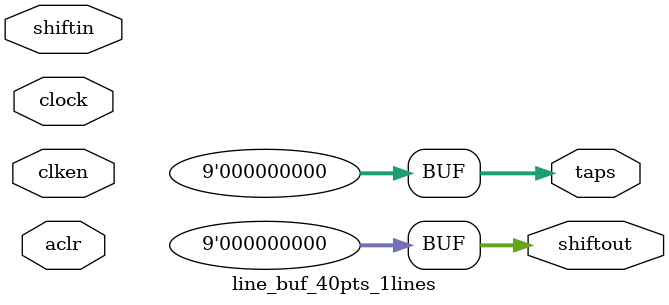
<source format=v>
module line_buf_40pts_1lines(	// file.cleaned.mlir:2:3
  input        aclr,	// file.cleaned.mlir:2:39
               clken,	// file.cleaned.mlir:2:54
               clock,	// file.cleaned.mlir:2:70
  input  [8:0] shiftin,	// file.cleaned.mlir:2:86
  output [8:0] shiftout,	// file.cleaned.mlir:2:105
               taps	// file.cleaned.mlir:2:124
);

  assign shiftout = 9'h0;	// file.cleaned.mlir:3:14, :4:5
  assign taps = 9'h0;	// file.cleaned.mlir:3:14, :4:5
endmodule


</source>
